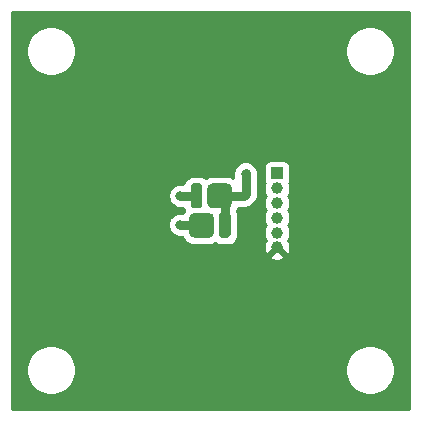
<source format=gbr>
%TF.GenerationSoftware,KiCad,Pcbnew,(5.1.6)-1*%
%TF.CreationDate,2021-03-09T14:24:23+01:00*%
%TF.ProjectId,m32_LedSignal,6d33325f-4c65-4645-9369-676e616c2e6b,rev?*%
%TF.SameCoordinates,Original*%
%TF.FileFunction,Copper,L1,Top*%
%TF.FilePolarity,Positive*%
%FSLAX46Y46*%
G04 Gerber Fmt 4.6, Leading zero omitted, Abs format (unit mm)*
G04 Created by KiCad (PCBNEW (5.1.6)-1) date 2021-03-09 14:24:23*
%MOMM*%
%LPD*%
G01*
G04 APERTURE LIST*
%TA.AperFunction,ComponentPad*%
%ADD10R,1.000000X1.000000*%
%TD*%
%TA.AperFunction,ComponentPad*%
%ADD11C,1.000000*%
%TD*%
%TA.AperFunction,ViaPad*%
%ADD12C,0.800000*%
%TD*%
%TA.AperFunction,Conductor*%
%ADD13C,0.800000*%
%TD*%
%TA.AperFunction,Conductor*%
%ADD14C,0.254000*%
%TD*%
G04 APERTURE END LIST*
D10*
%TO.P,J1,1*%
%TO.N,+5V*%
X24140000Y-15360000D03*
D11*
%TO.P,J1,2*%
%TO.N,/RED*%
X24140000Y-16610000D03*
%TO.P,J1,3*%
%TO.N,/GREEN*%
X24140000Y-17860000D03*
%TO.P,J1,4*%
%TO.N,Net-(J1-Pad4)*%
X24140000Y-19110000D03*
%TO.P,J1,5*%
%TO.N,Net-(J1-Pad5)*%
X24140000Y-20360000D03*
%TO.P,J1,6*%
%TO.N,GND*%
X24140000Y-21610000D03*
%TD*%
%TO.P,D2,1*%
%TO.N,Net-(D2-Pad1)*%
%TA.AperFunction,SMDPad,CuDef*%
G36*
G01*
X18800000Y-19120000D02*
X18800000Y-20380000D01*
G75*
G02*
X18380000Y-20800000I-420000J0D01*
G01*
X17120000Y-20800000D01*
G75*
G02*
X16700000Y-20380000I0J420000D01*
G01*
X16700000Y-19120000D01*
G75*
G02*
X17120000Y-18700000I420000J0D01*
G01*
X18380000Y-18700000D01*
G75*
G02*
X18800000Y-19120000I0J-420000D01*
G01*
G37*
%TD.AperFunction*%
%TO.P,D2,2*%
%TO.N,+5V*%
%TA.AperFunction,SMDPad,CuDef*%
G36*
G01*
X20200000Y-18900000D02*
X20200000Y-20600000D01*
G75*
G02*
X20000000Y-20800000I-200000J0D01*
G01*
X19400000Y-20800000D01*
G75*
G02*
X19200000Y-20600000I0J200000D01*
G01*
X19200000Y-18900000D01*
G75*
G02*
X19400000Y-18700000I200000J0D01*
G01*
X20000000Y-18700000D01*
G75*
G02*
X20200000Y-18900000I0J-200000D01*
G01*
G37*
%TD.AperFunction*%
%TD*%
%TO.P,D1,2*%
%TO.N,+5V*%
%TA.AperFunction,SMDPad,CuDef*%
G36*
G01*
X18225000Y-17880000D02*
X18225000Y-16620000D01*
G75*
G02*
X18645000Y-16200000I420000J0D01*
G01*
X19905000Y-16200000D01*
G75*
G02*
X20325000Y-16620000I0J-420000D01*
G01*
X20325000Y-17880000D01*
G75*
G02*
X19905000Y-18300000I-420000J0D01*
G01*
X18645000Y-18300000D01*
G75*
G02*
X18225000Y-17880000I0J420000D01*
G01*
G37*
%TD.AperFunction*%
%TO.P,D1,1*%
%TO.N,Net-(D1-Pad1)*%
%TA.AperFunction,SMDPad,CuDef*%
G36*
G01*
X16825000Y-18100000D02*
X16825000Y-16400000D01*
G75*
G02*
X17025000Y-16200000I200000J0D01*
G01*
X17625000Y-16200000D01*
G75*
G02*
X17825000Y-16400000I0J-200000D01*
G01*
X17825000Y-18100000D01*
G75*
G02*
X17625000Y-18300000I-200000J0D01*
G01*
X17025000Y-18300000D01*
G75*
G02*
X16825000Y-18100000I0J200000D01*
G01*
G37*
%TD.AperFunction*%
%TD*%
D12*
%TO.N,+5V*%
X21475000Y-15375000D03*
%TO.N,GND*%
X16200000Y-26200000D03*
X21625000Y-21775000D03*
%TO.N,Net-(D1-Pad1)*%
X15950000Y-17250000D03*
%TO.N,Net-(D2-Pad1)*%
X15950000Y-19700000D03*
%TD*%
D13*
%TO.N,+5V*%
X19700000Y-17675000D02*
X19700000Y-19750000D01*
X19275000Y-17250000D02*
X19700000Y-17675000D01*
X19275000Y-17250000D02*
X21325000Y-17250000D01*
X21325000Y-17250000D02*
X21475000Y-17100000D01*
X21475000Y-17100000D02*
X21475000Y-15375000D01*
X21475000Y-15375000D02*
X21475000Y-15350000D01*
%TO.N,Net-(D1-Pad1)*%
X17325000Y-17250000D02*
X16000000Y-17250000D01*
%TO.N,Net-(D2-Pad1)*%
X17700000Y-19700000D02*
X17750000Y-19750000D01*
X15950000Y-19700000D02*
X17700000Y-19700000D01*
%TD*%
D14*
%TO.N,GND*%
G36*
X35340001Y-35340000D02*
G01*
X1660000Y-35340000D01*
X1660000Y-31789721D01*
X2865000Y-31789721D01*
X2865000Y-32210279D01*
X2947047Y-32622756D01*
X3107988Y-33011302D01*
X3341637Y-33360983D01*
X3639017Y-33658363D01*
X3988698Y-33892012D01*
X4377244Y-34052953D01*
X4789721Y-34135000D01*
X5210279Y-34135000D01*
X5622756Y-34052953D01*
X6011302Y-33892012D01*
X6360983Y-33658363D01*
X6658363Y-33360983D01*
X6892012Y-33011302D01*
X7052953Y-32622756D01*
X7135000Y-32210279D01*
X7135000Y-31789721D01*
X29865000Y-31789721D01*
X29865000Y-32210279D01*
X29947047Y-32622756D01*
X30107988Y-33011302D01*
X30341637Y-33360983D01*
X30639017Y-33658363D01*
X30988698Y-33892012D01*
X31377244Y-34052953D01*
X31789721Y-34135000D01*
X32210279Y-34135000D01*
X32622756Y-34052953D01*
X33011302Y-33892012D01*
X33360983Y-33658363D01*
X33658363Y-33360983D01*
X33892012Y-33011302D01*
X34052953Y-32622756D01*
X34135000Y-32210279D01*
X34135000Y-31789721D01*
X34052953Y-31377244D01*
X33892012Y-30988698D01*
X33658363Y-30639017D01*
X33360983Y-30341637D01*
X33011302Y-30107988D01*
X32622756Y-29947047D01*
X32210279Y-29865000D01*
X31789721Y-29865000D01*
X31377244Y-29947047D01*
X30988698Y-30107988D01*
X30639017Y-30341637D01*
X30341637Y-30639017D01*
X30107988Y-30988698D01*
X29947047Y-31377244D01*
X29865000Y-31789721D01*
X7135000Y-31789721D01*
X7052953Y-31377244D01*
X6892012Y-30988698D01*
X6658363Y-30639017D01*
X6360983Y-30341637D01*
X6011302Y-30107988D01*
X5622756Y-29947047D01*
X5210279Y-29865000D01*
X4789721Y-29865000D01*
X4377244Y-29947047D01*
X3988698Y-30107988D01*
X3639017Y-30341637D01*
X3341637Y-30639017D01*
X3107988Y-30988698D01*
X2947047Y-31377244D01*
X2865000Y-31789721D01*
X1660000Y-31789721D01*
X1660000Y-22388166D01*
X23541439Y-22388166D01*
X23576550Y-22601588D01*
X23780826Y-22692458D01*
X23998905Y-22741731D01*
X24222406Y-22747511D01*
X24442740Y-22709577D01*
X24651440Y-22629387D01*
X24703450Y-22601588D01*
X24738561Y-22388166D01*
X24140000Y-21789605D01*
X23541439Y-22388166D01*
X1660000Y-22388166D01*
X1660000Y-19700000D01*
X14909993Y-19700000D01*
X14915000Y-19750838D01*
X14915000Y-19801939D01*
X14924969Y-19852057D01*
X14929976Y-19902895D01*
X14944804Y-19951777D01*
X14954774Y-20001898D01*
X14974331Y-20049113D01*
X14989159Y-20097993D01*
X15013238Y-20143042D01*
X15032795Y-20190256D01*
X15061186Y-20232746D01*
X15085266Y-20277797D01*
X15117672Y-20317284D01*
X15146063Y-20359774D01*
X15182196Y-20395907D01*
X15214604Y-20435396D01*
X15254092Y-20467803D01*
X15290226Y-20503937D01*
X15332716Y-20532328D01*
X15372203Y-20564734D01*
X15417254Y-20588814D01*
X15459744Y-20617205D01*
X15506958Y-20636762D01*
X15552007Y-20660841D01*
X15600887Y-20675669D01*
X15648102Y-20695226D01*
X15698223Y-20705196D01*
X15747105Y-20720024D01*
X15797943Y-20725031D01*
X15848061Y-20735000D01*
X16127330Y-20735000D01*
X16142469Y-20784907D01*
X16240245Y-20967833D01*
X16371830Y-21128170D01*
X16532167Y-21259755D01*
X16715093Y-21357531D01*
X16913580Y-21417741D01*
X17120000Y-21438072D01*
X18380000Y-21438072D01*
X18586420Y-21417741D01*
X18784907Y-21357531D01*
X18920223Y-21285203D01*
X18934392Y-21296831D01*
X19079284Y-21374278D01*
X19236500Y-21421969D01*
X19400000Y-21438072D01*
X20000000Y-21438072D01*
X20163500Y-21421969D01*
X20320716Y-21374278D01*
X20465608Y-21296831D01*
X20592606Y-21192606D01*
X20696831Y-21065608D01*
X20774278Y-20920716D01*
X20821969Y-20763500D01*
X20838072Y-20600000D01*
X20838072Y-18900000D01*
X20821969Y-18736500D01*
X20774278Y-18579284D01*
X20742335Y-18519523D01*
X20784755Y-18467833D01*
X20882481Y-18285000D01*
X21274172Y-18285000D01*
X21325000Y-18290006D01*
X21375828Y-18285000D01*
X21375838Y-18285000D01*
X21527895Y-18270024D01*
X21722993Y-18210841D01*
X21902797Y-18114734D01*
X22060396Y-17985396D01*
X22092807Y-17945903D01*
X22170903Y-17867807D01*
X22210396Y-17835396D01*
X22339734Y-17677797D01*
X22435841Y-17497993D01*
X22495024Y-17302895D01*
X22510000Y-17150838D01*
X22510000Y-17150829D01*
X22515006Y-17100001D01*
X22510000Y-17049173D01*
X22510000Y-15273061D01*
X22504908Y-15247461D01*
X22495024Y-15147106D01*
X22435841Y-14952008D01*
X22386663Y-14860000D01*
X23001928Y-14860000D01*
X23001928Y-15860000D01*
X23014188Y-15984482D01*
X23050498Y-16104180D01*
X23090220Y-16178494D01*
X23048617Y-16278933D01*
X23005000Y-16498212D01*
X23005000Y-16721788D01*
X23048617Y-16941067D01*
X23134176Y-17147624D01*
X23192559Y-17235000D01*
X23134176Y-17322376D01*
X23048617Y-17528933D01*
X23005000Y-17748212D01*
X23005000Y-17971788D01*
X23048617Y-18191067D01*
X23134176Y-18397624D01*
X23192559Y-18485000D01*
X23134176Y-18572376D01*
X23048617Y-18778933D01*
X23005000Y-18998212D01*
X23005000Y-19221788D01*
X23048617Y-19441067D01*
X23134176Y-19647624D01*
X23192559Y-19735000D01*
X23134176Y-19822376D01*
X23048617Y-20028933D01*
X23005000Y-20248212D01*
X23005000Y-20471788D01*
X23048617Y-20691067D01*
X23134176Y-20897624D01*
X23225240Y-21033911D01*
X23148412Y-21046550D01*
X23057542Y-21250826D01*
X23008269Y-21468905D01*
X23002489Y-21692406D01*
X23040423Y-21912740D01*
X23120613Y-22121440D01*
X23148412Y-22173450D01*
X23361834Y-22208561D01*
X23960395Y-21610000D01*
X23946253Y-21595858D01*
X24047110Y-21495000D01*
X24232890Y-21495000D01*
X24333748Y-21595858D01*
X24319605Y-21610000D01*
X24918166Y-22208561D01*
X25131588Y-22173450D01*
X25222458Y-21969174D01*
X25271731Y-21751095D01*
X25277511Y-21527594D01*
X25239577Y-21307260D01*
X25159387Y-21098560D01*
X25131588Y-21046550D01*
X25054760Y-21033911D01*
X25145824Y-20897624D01*
X25231383Y-20691067D01*
X25275000Y-20471788D01*
X25275000Y-20248212D01*
X25231383Y-20028933D01*
X25145824Y-19822376D01*
X25087441Y-19735000D01*
X25145824Y-19647624D01*
X25231383Y-19441067D01*
X25275000Y-19221788D01*
X25275000Y-18998212D01*
X25231383Y-18778933D01*
X25145824Y-18572376D01*
X25087441Y-18485000D01*
X25145824Y-18397624D01*
X25231383Y-18191067D01*
X25275000Y-17971788D01*
X25275000Y-17748212D01*
X25231383Y-17528933D01*
X25145824Y-17322376D01*
X25087441Y-17235000D01*
X25145824Y-17147624D01*
X25231383Y-16941067D01*
X25275000Y-16721788D01*
X25275000Y-16498212D01*
X25231383Y-16278933D01*
X25189780Y-16178494D01*
X25229502Y-16104180D01*
X25265812Y-15984482D01*
X25278072Y-15860000D01*
X25278072Y-14860000D01*
X25265812Y-14735518D01*
X25229502Y-14615820D01*
X25170537Y-14505506D01*
X25091185Y-14408815D01*
X24994494Y-14329463D01*
X24884180Y-14270498D01*
X24764482Y-14234188D01*
X24640000Y-14221928D01*
X23640000Y-14221928D01*
X23515518Y-14234188D01*
X23395820Y-14270498D01*
X23285506Y-14329463D01*
X23188815Y-14408815D01*
X23109463Y-14505506D01*
X23050498Y-14615820D01*
X23014188Y-14735518D01*
X23001928Y-14860000D01*
X22386663Y-14860000D01*
X22339734Y-14772203D01*
X22210396Y-14614604D01*
X22052797Y-14485266D01*
X21872993Y-14389159D01*
X21677895Y-14329976D01*
X21475000Y-14309993D01*
X21272106Y-14329976D01*
X21077008Y-14389159D01*
X20897203Y-14485266D01*
X20739604Y-14614604D01*
X20610266Y-14772203D01*
X20514159Y-14952007D01*
X20454976Y-15147105D01*
X20445092Y-15247462D01*
X20440000Y-15273061D01*
X20440000Y-15476939D01*
X20440001Y-15476944D01*
X20440001Y-15712006D01*
X20309907Y-15642469D01*
X20111420Y-15582259D01*
X19905000Y-15561928D01*
X18645000Y-15561928D01*
X18438580Y-15582259D01*
X18240093Y-15642469D01*
X18104777Y-15714797D01*
X18090608Y-15703169D01*
X17945716Y-15625722D01*
X17788500Y-15578031D01*
X17625000Y-15561928D01*
X17025000Y-15561928D01*
X16861500Y-15578031D01*
X16704284Y-15625722D01*
X16559392Y-15703169D01*
X16432394Y-15807394D01*
X16328169Y-15934392D01*
X16250722Y-16079284D01*
X16209553Y-16215000D01*
X15848061Y-16215000D01*
X15648102Y-16254774D01*
X15459744Y-16332795D01*
X15290226Y-16446063D01*
X15146063Y-16590226D01*
X15032795Y-16759744D01*
X14954774Y-16948102D01*
X14915000Y-17148061D01*
X14915000Y-17351939D01*
X14954774Y-17551898D01*
X15032795Y-17740256D01*
X15146063Y-17909774D01*
X15290226Y-18053937D01*
X15459744Y-18167205D01*
X15648102Y-18245226D01*
X15848061Y-18285000D01*
X16209553Y-18285000D01*
X16250722Y-18420716D01*
X16282665Y-18480477D01*
X16240245Y-18532167D01*
X16169244Y-18665000D01*
X15848061Y-18665000D01*
X15797943Y-18674969D01*
X15747105Y-18679976D01*
X15698223Y-18694804D01*
X15648102Y-18704774D01*
X15600887Y-18724331D01*
X15552007Y-18739159D01*
X15506958Y-18763238D01*
X15459744Y-18782795D01*
X15417254Y-18811186D01*
X15372203Y-18835266D01*
X15332716Y-18867672D01*
X15290226Y-18896063D01*
X15254092Y-18932197D01*
X15214604Y-18964604D01*
X15182197Y-19004092D01*
X15146063Y-19040226D01*
X15117672Y-19082716D01*
X15085266Y-19122203D01*
X15061186Y-19167254D01*
X15032795Y-19209744D01*
X15013238Y-19256958D01*
X14989159Y-19302007D01*
X14974331Y-19350887D01*
X14954774Y-19398102D01*
X14944804Y-19448223D01*
X14929976Y-19497105D01*
X14924969Y-19547943D01*
X14915000Y-19598061D01*
X14915000Y-19649162D01*
X14909993Y-19700000D01*
X1660000Y-19700000D01*
X1660000Y-4789721D01*
X2865000Y-4789721D01*
X2865000Y-5210279D01*
X2947047Y-5622756D01*
X3107988Y-6011302D01*
X3341637Y-6360983D01*
X3639017Y-6658363D01*
X3988698Y-6892012D01*
X4377244Y-7052953D01*
X4789721Y-7135000D01*
X5210279Y-7135000D01*
X5622756Y-7052953D01*
X6011302Y-6892012D01*
X6360983Y-6658363D01*
X6658363Y-6360983D01*
X6892012Y-6011302D01*
X7052953Y-5622756D01*
X7135000Y-5210279D01*
X7135000Y-4789721D01*
X29865000Y-4789721D01*
X29865000Y-5210279D01*
X29947047Y-5622756D01*
X30107988Y-6011302D01*
X30341637Y-6360983D01*
X30639017Y-6658363D01*
X30988698Y-6892012D01*
X31377244Y-7052953D01*
X31789721Y-7135000D01*
X32210279Y-7135000D01*
X32622756Y-7052953D01*
X33011302Y-6892012D01*
X33360983Y-6658363D01*
X33658363Y-6360983D01*
X33892012Y-6011302D01*
X34052953Y-5622756D01*
X34135000Y-5210279D01*
X34135000Y-4789721D01*
X34052953Y-4377244D01*
X33892012Y-3988698D01*
X33658363Y-3639017D01*
X33360983Y-3341637D01*
X33011302Y-3107988D01*
X32622756Y-2947047D01*
X32210279Y-2865000D01*
X31789721Y-2865000D01*
X31377244Y-2947047D01*
X30988698Y-3107988D01*
X30639017Y-3341637D01*
X30341637Y-3639017D01*
X30107988Y-3988698D01*
X29947047Y-4377244D01*
X29865000Y-4789721D01*
X7135000Y-4789721D01*
X7052953Y-4377244D01*
X6892012Y-3988698D01*
X6658363Y-3639017D01*
X6360983Y-3341637D01*
X6011302Y-3107988D01*
X5622756Y-2947047D01*
X5210279Y-2865000D01*
X4789721Y-2865000D01*
X4377244Y-2947047D01*
X3988698Y-3107988D01*
X3639017Y-3341637D01*
X3341637Y-3639017D01*
X3107988Y-3988698D01*
X2947047Y-4377244D01*
X2865000Y-4789721D01*
X1660000Y-4789721D01*
X1660000Y-1660000D01*
X35340000Y-1660000D01*
X35340001Y-35340000D01*
G37*
X35340001Y-35340000D02*
X1660000Y-35340000D01*
X1660000Y-31789721D01*
X2865000Y-31789721D01*
X2865000Y-32210279D01*
X2947047Y-32622756D01*
X3107988Y-33011302D01*
X3341637Y-33360983D01*
X3639017Y-33658363D01*
X3988698Y-33892012D01*
X4377244Y-34052953D01*
X4789721Y-34135000D01*
X5210279Y-34135000D01*
X5622756Y-34052953D01*
X6011302Y-33892012D01*
X6360983Y-33658363D01*
X6658363Y-33360983D01*
X6892012Y-33011302D01*
X7052953Y-32622756D01*
X7135000Y-32210279D01*
X7135000Y-31789721D01*
X29865000Y-31789721D01*
X29865000Y-32210279D01*
X29947047Y-32622756D01*
X30107988Y-33011302D01*
X30341637Y-33360983D01*
X30639017Y-33658363D01*
X30988698Y-33892012D01*
X31377244Y-34052953D01*
X31789721Y-34135000D01*
X32210279Y-34135000D01*
X32622756Y-34052953D01*
X33011302Y-33892012D01*
X33360983Y-33658363D01*
X33658363Y-33360983D01*
X33892012Y-33011302D01*
X34052953Y-32622756D01*
X34135000Y-32210279D01*
X34135000Y-31789721D01*
X34052953Y-31377244D01*
X33892012Y-30988698D01*
X33658363Y-30639017D01*
X33360983Y-30341637D01*
X33011302Y-30107988D01*
X32622756Y-29947047D01*
X32210279Y-29865000D01*
X31789721Y-29865000D01*
X31377244Y-29947047D01*
X30988698Y-30107988D01*
X30639017Y-30341637D01*
X30341637Y-30639017D01*
X30107988Y-30988698D01*
X29947047Y-31377244D01*
X29865000Y-31789721D01*
X7135000Y-31789721D01*
X7052953Y-31377244D01*
X6892012Y-30988698D01*
X6658363Y-30639017D01*
X6360983Y-30341637D01*
X6011302Y-30107988D01*
X5622756Y-29947047D01*
X5210279Y-29865000D01*
X4789721Y-29865000D01*
X4377244Y-29947047D01*
X3988698Y-30107988D01*
X3639017Y-30341637D01*
X3341637Y-30639017D01*
X3107988Y-30988698D01*
X2947047Y-31377244D01*
X2865000Y-31789721D01*
X1660000Y-31789721D01*
X1660000Y-22388166D01*
X23541439Y-22388166D01*
X23576550Y-22601588D01*
X23780826Y-22692458D01*
X23998905Y-22741731D01*
X24222406Y-22747511D01*
X24442740Y-22709577D01*
X24651440Y-22629387D01*
X24703450Y-22601588D01*
X24738561Y-22388166D01*
X24140000Y-21789605D01*
X23541439Y-22388166D01*
X1660000Y-22388166D01*
X1660000Y-19700000D01*
X14909993Y-19700000D01*
X14915000Y-19750838D01*
X14915000Y-19801939D01*
X14924969Y-19852057D01*
X14929976Y-19902895D01*
X14944804Y-19951777D01*
X14954774Y-20001898D01*
X14974331Y-20049113D01*
X14989159Y-20097993D01*
X15013238Y-20143042D01*
X15032795Y-20190256D01*
X15061186Y-20232746D01*
X15085266Y-20277797D01*
X15117672Y-20317284D01*
X15146063Y-20359774D01*
X15182196Y-20395907D01*
X15214604Y-20435396D01*
X15254092Y-20467803D01*
X15290226Y-20503937D01*
X15332716Y-20532328D01*
X15372203Y-20564734D01*
X15417254Y-20588814D01*
X15459744Y-20617205D01*
X15506958Y-20636762D01*
X15552007Y-20660841D01*
X15600887Y-20675669D01*
X15648102Y-20695226D01*
X15698223Y-20705196D01*
X15747105Y-20720024D01*
X15797943Y-20725031D01*
X15848061Y-20735000D01*
X16127330Y-20735000D01*
X16142469Y-20784907D01*
X16240245Y-20967833D01*
X16371830Y-21128170D01*
X16532167Y-21259755D01*
X16715093Y-21357531D01*
X16913580Y-21417741D01*
X17120000Y-21438072D01*
X18380000Y-21438072D01*
X18586420Y-21417741D01*
X18784907Y-21357531D01*
X18920223Y-21285203D01*
X18934392Y-21296831D01*
X19079284Y-21374278D01*
X19236500Y-21421969D01*
X19400000Y-21438072D01*
X20000000Y-21438072D01*
X20163500Y-21421969D01*
X20320716Y-21374278D01*
X20465608Y-21296831D01*
X20592606Y-21192606D01*
X20696831Y-21065608D01*
X20774278Y-20920716D01*
X20821969Y-20763500D01*
X20838072Y-20600000D01*
X20838072Y-18900000D01*
X20821969Y-18736500D01*
X20774278Y-18579284D01*
X20742335Y-18519523D01*
X20784755Y-18467833D01*
X20882481Y-18285000D01*
X21274172Y-18285000D01*
X21325000Y-18290006D01*
X21375828Y-18285000D01*
X21375838Y-18285000D01*
X21527895Y-18270024D01*
X21722993Y-18210841D01*
X21902797Y-18114734D01*
X22060396Y-17985396D01*
X22092807Y-17945903D01*
X22170903Y-17867807D01*
X22210396Y-17835396D01*
X22339734Y-17677797D01*
X22435841Y-17497993D01*
X22495024Y-17302895D01*
X22510000Y-17150838D01*
X22510000Y-17150829D01*
X22515006Y-17100001D01*
X22510000Y-17049173D01*
X22510000Y-15273061D01*
X22504908Y-15247461D01*
X22495024Y-15147106D01*
X22435841Y-14952008D01*
X22386663Y-14860000D01*
X23001928Y-14860000D01*
X23001928Y-15860000D01*
X23014188Y-15984482D01*
X23050498Y-16104180D01*
X23090220Y-16178494D01*
X23048617Y-16278933D01*
X23005000Y-16498212D01*
X23005000Y-16721788D01*
X23048617Y-16941067D01*
X23134176Y-17147624D01*
X23192559Y-17235000D01*
X23134176Y-17322376D01*
X23048617Y-17528933D01*
X23005000Y-17748212D01*
X23005000Y-17971788D01*
X23048617Y-18191067D01*
X23134176Y-18397624D01*
X23192559Y-18485000D01*
X23134176Y-18572376D01*
X23048617Y-18778933D01*
X23005000Y-18998212D01*
X23005000Y-19221788D01*
X23048617Y-19441067D01*
X23134176Y-19647624D01*
X23192559Y-19735000D01*
X23134176Y-19822376D01*
X23048617Y-20028933D01*
X23005000Y-20248212D01*
X23005000Y-20471788D01*
X23048617Y-20691067D01*
X23134176Y-20897624D01*
X23225240Y-21033911D01*
X23148412Y-21046550D01*
X23057542Y-21250826D01*
X23008269Y-21468905D01*
X23002489Y-21692406D01*
X23040423Y-21912740D01*
X23120613Y-22121440D01*
X23148412Y-22173450D01*
X23361834Y-22208561D01*
X23960395Y-21610000D01*
X23946253Y-21595858D01*
X24047110Y-21495000D01*
X24232890Y-21495000D01*
X24333748Y-21595858D01*
X24319605Y-21610000D01*
X24918166Y-22208561D01*
X25131588Y-22173450D01*
X25222458Y-21969174D01*
X25271731Y-21751095D01*
X25277511Y-21527594D01*
X25239577Y-21307260D01*
X25159387Y-21098560D01*
X25131588Y-21046550D01*
X25054760Y-21033911D01*
X25145824Y-20897624D01*
X25231383Y-20691067D01*
X25275000Y-20471788D01*
X25275000Y-20248212D01*
X25231383Y-20028933D01*
X25145824Y-19822376D01*
X25087441Y-19735000D01*
X25145824Y-19647624D01*
X25231383Y-19441067D01*
X25275000Y-19221788D01*
X25275000Y-18998212D01*
X25231383Y-18778933D01*
X25145824Y-18572376D01*
X25087441Y-18485000D01*
X25145824Y-18397624D01*
X25231383Y-18191067D01*
X25275000Y-17971788D01*
X25275000Y-17748212D01*
X25231383Y-17528933D01*
X25145824Y-17322376D01*
X25087441Y-17235000D01*
X25145824Y-17147624D01*
X25231383Y-16941067D01*
X25275000Y-16721788D01*
X25275000Y-16498212D01*
X25231383Y-16278933D01*
X25189780Y-16178494D01*
X25229502Y-16104180D01*
X25265812Y-15984482D01*
X25278072Y-15860000D01*
X25278072Y-14860000D01*
X25265812Y-14735518D01*
X25229502Y-14615820D01*
X25170537Y-14505506D01*
X25091185Y-14408815D01*
X24994494Y-14329463D01*
X24884180Y-14270498D01*
X24764482Y-14234188D01*
X24640000Y-14221928D01*
X23640000Y-14221928D01*
X23515518Y-14234188D01*
X23395820Y-14270498D01*
X23285506Y-14329463D01*
X23188815Y-14408815D01*
X23109463Y-14505506D01*
X23050498Y-14615820D01*
X23014188Y-14735518D01*
X23001928Y-14860000D01*
X22386663Y-14860000D01*
X22339734Y-14772203D01*
X22210396Y-14614604D01*
X22052797Y-14485266D01*
X21872993Y-14389159D01*
X21677895Y-14329976D01*
X21475000Y-14309993D01*
X21272106Y-14329976D01*
X21077008Y-14389159D01*
X20897203Y-14485266D01*
X20739604Y-14614604D01*
X20610266Y-14772203D01*
X20514159Y-14952007D01*
X20454976Y-15147105D01*
X20445092Y-15247462D01*
X20440000Y-15273061D01*
X20440000Y-15476939D01*
X20440001Y-15476944D01*
X20440001Y-15712006D01*
X20309907Y-15642469D01*
X20111420Y-15582259D01*
X19905000Y-15561928D01*
X18645000Y-15561928D01*
X18438580Y-15582259D01*
X18240093Y-15642469D01*
X18104777Y-15714797D01*
X18090608Y-15703169D01*
X17945716Y-15625722D01*
X17788500Y-15578031D01*
X17625000Y-15561928D01*
X17025000Y-15561928D01*
X16861500Y-15578031D01*
X16704284Y-15625722D01*
X16559392Y-15703169D01*
X16432394Y-15807394D01*
X16328169Y-15934392D01*
X16250722Y-16079284D01*
X16209553Y-16215000D01*
X15848061Y-16215000D01*
X15648102Y-16254774D01*
X15459744Y-16332795D01*
X15290226Y-16446063D01*
X15146063Y-16590226D01*
X15032795Y-16759744D01*
X14954774Y-16948102D01*
X14915000Y-17148061D01*
X14915000Y-17351939D01*
X14954774Y-17551898D01*
X15032795Y-17740256D01*
X15146063Y-17909774D01*
X15290226Y-18053937D01*
X15459744Y-18167205D01*
X15648102Y-18245226D01*
X15848061Y-18285000D01*
X16209553Y-18285000D01*
X16250722Y-18420716D01*
X16282665Y-18480477D01*
X16240245Y-18532167D01*
X16169244Y-18665000D01*
X15848061Y-18665000D01*
X15797943Y-18674969D01*
X15747105Y-18679976D01*
X15698223Y-18694804D01*
X15648102Y-18704774D01*
X15600887Y-18724331D01*
X15552007Y-18739159D01*
X15506958Y-18763238D01*
X15459744Y-18782795D01*
X15417254Y-18811186D01*
X15372203Y-18835266D01*
X15332716Y-18867672D01*
X15290226Y-18896063D01*
X15254092Y-18932197D01*
X15214604Y-18964604D01*
X15182197Y-19004092D01*
X15146063Y-19040226D01*
X15117672Y-19082716D01*
X15085266Y-19122203D01*
X15061186Y-19167254D01*
X15032795Y-19209744D01*
X15013238Y-19256958D01*
X14989159Y-19302007D01*
X14974331Y-19350887D01*
X14954774Y-19398102D01*
X14944804Y-19448223D01*
X14929976Y-19497105D01*
X14924969Y-19547943D01*
X14915000Y-19598061D01*
X14915000Y-19649162D01*
X14909993Y-19700000D01*
X1660000Y-19700000D01*
X1660000Y-4789721D01*
X2865000Y-4789721D01*
X2865000Y-5210279D01*
X2947047Y-5622756D01*
X3107988Y-6011302D01*
X3341637Y-6360983D01*
X3639017Y-6658363D01*
X3988698Y-6892012D01*
X4377244Y-7052953D01*
X4789721Y-7135000D01*
X5210279Y-7135000D01*
X5622756Y-7052953D01*
X6011302Y-6892012D01*
X6360983Y-6658363D01*
X6658363Y-6360983D01*
X6892012Y-6011302D01*
X7052953Y-5622756D01*
X7135000Y-5210279D01*
X7135000Y-4789721D01*
X29865000Y-4789721D01*
X29865000Y-5210279D01*
X29947047Y-5622756D01*
X30107988Y-6011302D01*
X30341637Y-6360983D01*
X30639017Y-6658363D01*
X30988698Y-6892012D01*
X31377244Y-7052953D01*
X31789721Y-7135000D01*
X32210279Y-7135000D01*
X32622756Y-7052953D01*
X33011302Y-6892012D01*
X33360983Y-6658363D01*
X33658363Y-6360983D01*
X33892012Y-6011302D01*
X34052953Y-5622756D01*
X34135000Y-5210279D01*
X34135000Y-4789721D01*
X34052953Y-4377244D01*
X33892012Y-3988698D01*
X33658363Y-3639017D01*
X33360983Y-3341637D01*
X33011302Y-3107988D01*
X32622756Y-2947047D01*
X32210279Y-2865000D01*
X31789721Y-2865000D01*
X31377244Y-2947047D01*
X30988698Y-3107988D01*
X30639017Y-3341637D01*
X30341637Y-3639017D01*
X30107988Y-3988698D01*
X29947047Y-4377244D01*
X29865000Y-4789721D01*
X7135000Y-4789721D01*
X7052953Y-4377244D01*
X6892012Y-3988698D01*
X6658363Y-3639017D01*
X6360983Y-3341637D01*
X6011302Y-3107988D01*
X5622756Y-2947047D01*
X5210279Y-2865000D01*
X4789721Y-2865000D01*
X4377244Y-2947047D01*
X3988698Y-3107988D01*
X3639017Y-3341637D01*
X3341637Y-3639017D01*
X3107988Y-3988698D01*
X2947047Y-4377244D01*
X2865000Y-4789721D01*
X1660000Y-4789721D01*
X1660000Y-1660000D01*
X35340000Y-1660000D01*
X35340001Y-35340000D01*
%TD*%
M02*

</source>
